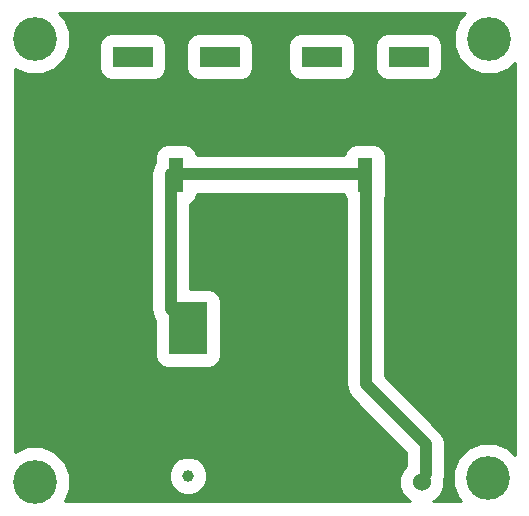
<source format=gtl>
G04 (created by PCBNEW-RS274X (2011-05-25)-stable) date Tue 17 Jan 2012 05:00:04 AM EST*
G01*
G70*
G90*
%MOIN*%
G04 Gerber Fmt 3.4, Leading zero omitted, Abs format*
%FSLAX34Y34*%
G04 APERTURE LIST*
%ADD10C,0.006000*%
%ADD11C,0.146000*%
%ADD12R,0.129900X0.173200*%
%ADD13R,0.153500X0.244100*%
%ADD14C,0.039400*%
%ADD15R,0.050000X0.115000*%
%ADD16R,0.135000X0.065000*%
%ADD17R,0.060000X0.060000*%
%ADD18C,0.060000*%
%ADD19C,0.040000*%
%ADD20C,0.010000*%
G04 APERTURE END LIST*
G54D10*
G54D11*
X33465Y-32480D03*
X48622Y-32480D03*
X48583Y-47126D03*
X33465Y-47244D03*
G54D12*
X38583Y-42126D03*
G54D13*
X35906Y-45826D03*
X41260Y-45826D03*
G54D14*
X38583Y-47047D03*
G54D15*
X44488Y-35221D03*
X44488Y-37021D03*
G54D16*
X43038Y-33071D03*
X45938Y-33071D03*
G54D17*
X45366Y-47244D03*
G54D18*
X46366Y-47244D03*
G54D15*
X38189Y-35221D03*
X38189Y-37021D03*
G54D16*
X36739Y-33071D03*
X39639Y-33071D03*
G54D19*
X38189Y-35221D02*
X38000Y-35000D01*
X38000Y-35000D02*
X37500Y-35000D01*
X37500Y-35000D02*
X37000Y-35500D01*
X37000Y-35500D02*
X37000Y-45000D01*
X37000Y-45000D02*
X36000Y-46000D01*
X36000Y-46000D02*
X35906Y-45826D01*
X41260Y-45826D02*
X41500Y-46000D01*
X41500Y-46000D02*
X44500Y-46000D01*
X44500Y-46000D02*
X45500Y-47000D01*
X45500Y-47000D02*
X45366Y-47244D01*
X38189Y-35221D02*
X38000Y-35000D01*
X38000Y-35000D02*
X44500Y-35000D01*
X44500Y-35000D02*
X44488Y-35221D01*
X35906Y-45826D02*
X36000Y-46000D01*
X36000Y-46000D02*
X41500Y-46000D01*
X41500Y-46000D02*
X41260Y-45826D01*
X44488Y-37021D02*
X44500Y-37000D01*
X44500Y-37000D02*
X44500Y-44000D01*
X44500Y-44000D02*
X46500Y-46000D01*
X46500Y-46000D02*
X46500Y-47000D01*
X46500Y-47000D02*
X46366Y-47244D01*
X38189Y-37021D02*
X38000Y-37000D01*
X38000Y-37000D02*
X44500Y-37000D01*
X44500Y-37000D02*
X44488Y-37021D01*
X38189Y-37021D02*
X38000Y-37000D01*
X38000Y-37000D02*
X38000Y-41500D01*
X38000Y-41500D02*
X38500Y-42000D01*
X38500Y-42000D02*
X38583Y-42126D01*
G54D20*
X34281Y-31627D02*
X47806Y-31627D01*
X34361Y-31707D02*
X47726Y-31707D01*
X34441Y-31787D02*
X47646Y-31787D01*
X34488Y-31867D02*
X47598Y-31867D01*
X34521Y-31947D02*
X47565Y-31947D01*
X34554Y-32027D02*
X47532Y-32027D01*
X34587Y-32107D02*
X47499Y-32107D01*
X34620Y-32187D02*
X47466Y-32187D01*
X34645Y-32267D02*
X47442Y-32267D01*
X34645Y-32347D02*
X35853Y-32347D01*
X37623Y-32347D02*
X38753Y-32347D01*
X40523Y-32347D02*
X42152Y-32347D01*
X43922Y-32347D02*
X45052Y-32347D01*
X46822Y-32347D02*
X47442Y-32347D01*
X34645Y-32427D02*
X35748Y-32427D01*
X37730Y-32427D02*
X38648Y-32427D01*
X40630Y-32427D02*
X42047Y-32427D01*
X44029Y-32427D02*
X44947Y-32427D01*
X46929Y-32427D02*
X47442Y-32427D01*
X34645Y-32507D02*
X35677Y-32507D01*
X37801Y-32507D02*
X38577Y-32507D01*
X40701Y-32507D02*
X41976Y-32507D01*
X44100Y-32507D02*
X44876Y-32507D01*
X47000Y-32507D02*
X47442Y-32507D01*
X34645Y-32587D02*
X35643Y-32587D01*
X37834Y-32587D02*
X38543Y-32587D01*
X40734Y-32587D02*
X41942Y-32587D01*
X44133Y-32587D02*
X44842Y-32587D01*
X47033Y-32587D02*
X47442Y-32587D01*
X34645Y-32667D02*
X35615Y-32667D01*
X37863Y-32667D02*
X38515Y-32667D01*
X40763Y-32667D02*
X41914Y-32667D01*
X44162Y-32667D02*
X44814Y-32667D01*
X47062Y-32667D02*
X47442Y-32667D01*
X34632Y-32747D02*
X35615Y-32747D01*
X37863Y-32747D02*
X38515Y-32747D01*
X40763Y-32747D02*
X41914Y-32747D01*
X44162Y-32747D02*
X44814Y-32747D01*
X47062Y-32747D02*
X47456Y-32747D01*
X34599Y-32827D02*
X35615Y-32827D01*
X37863Y-32827D02*
X38515Y-32827D01*
X40763Y-32827D02*
X41914Y-32827D01*
X44162Y-32827D02*
X44814Y-32827D01*
X47062Y-32827D02*
X47489Y-32827D01*
X34566Y-32907D02*
X35615Y-32907D01*
X37863Y-32907D02*
X38515Y-32907D01*
X40763Y-32907D02*
X41914Y-32907D01*
X44162Y-32907D02*
X44814Y-32907D01*
X47062Y-32907D02*
X47522Y-32907D01*
X34533Y-32987D02*
X35615Y-32987D01*
X37863Y-32987D02*
X38515Y-32987D01*
X40763Y-32987D02*
X41914Y-32987D01*
X44162Y-32987D02*
X44814Y-32987D01*
X47062Y-32987D02*
X47555Y-32987D01*
X34500Y-33067D02*
X35615Y-33067D01*
X37863Y-33067D02*
X38515Y-33067D01*
X40763Y-33067D02*
X41914Y-33067D01*
X44162Y-33067D02*
X44814Y-33067D01*
X47062Y-33067D02*
X47588Y-33067D01*
X34466Y-33147D02*
X35615Y-33147D01*
X37863Y-33147D02*
X38515Y-33147D01*
X40763Y-33147D02*
X41914Y-33147D01*
X44162Y-33147D02*
X44814Y-33147D01*
X47062Y-33147D02*
X47621Y-33147D01*
X34387Y-33227D02*
X35615Y-33227D01*
X37863Y-33227D02*
X38515Y-33227D01*
X40763Y-33227D02*
X41914Y-33227D01*
X44162Y-33227D02*
X44814Y-33227D01*
X47062Y-33227D02*
X47700Y-33227D01*
X34307Y-33307D02*
X35615Y-33307D01*
X37863Y-33307D02*
X38515Y-33307D01*
X40763Y-33307D02*
X41914Y-33307D01*
X44162Y-33307D02*
X44814Y-33307D01*
X47062Y-33307D02*
X47780Y-33307D01*
X49464Y-33307D02*
X49475Y-33307D01*
X34227Y-33387D02*
X35615Y-33387D01*
X37863Y-33387D02*
X38515Y-33387D01*
X40763Y-33387D02*
X41914Y-33387D01*
X44162Y-33387D02*
X44814Y-33387D01*
X47062Y-33387D02*
X47860Y-33387D01*
X49384Y-33387D02*
X49475Y-33387D01*
X34147Y-33467D02*
X35615Y-33467D01*
X37863Y-33467D02*
X38515Y-33467D01*
X40763Y-33467D02*
X41914Y-33467D01*
X44162Y-33467D02*
X44814Y-33467D01*
X47062Y-33467D02*
X47940Y-33467D01*
X49304Y-33467D02*
X49475Y-33467D01*
X32808Y-33547D02*
X32960Y-33547D01*
X33973Y-33547D02*
X35641Y-33547D01*
X37838Y-33547D02*
X37863Y-33547D01*
X37863Y-33547D02*
X38541Y-33547D01*
X40738Y-33547D02*
X40763Y-33547D01*
X40763Y-33547D02*
X41940Y-33547D01*
X44137Y-33547D02*
X44162Y-33547D01*
X44162Y-33547D02*
X44840Y-33547D01*
X47037Y-33547D02*
X47062Y-33547D01*
X47062Y-33547D02*
X48115Y-33547D01*
X49130Y-33547D02*
X49475Y-33547D01*
X32808Y-33627D02*
X33151Y-33627D01*
X33780Y-33627D02*
X35674Y-33627D01*
X37805Y-33627D02*
X37863Y-33627D01*
X37863Y-33627D02*
X38574Y-33627D01*
X40705Y-33627D02*
X40763Y-33627D01*
X40763Y-33627D02*
X41973Y-33627D01*
X44104Y-33627D02*
X44162Y-33627D01*
X44162Y-33627D02*
X44873Y-33627D01*
X47004Y-33627D02*
X47062Y-33627D01*
X47062Y-33627D02*
X48308Y-33627D01*
X48937Y-33627D02*
X49475Y-33627D01*
X32808Y-33707D02*
X35740Y-33707D01*
X37738Y-33707D02*
X37863Y-33707D01*
X37863Y-33707D02*
X38640Y-33707D01*
X40638Y-33707D02*
X40763Y-33707D01*
X40763Y-33707D02*
X42039Y-33707D01*
X44037Y-33707D02*
X44162Y-33707D01*
X44162Y-33707D02*
X44939Y-33707D01*
X46937Y-33707D02*
X47062Y-33707D01*
X47062Y-33707D02*
X49475Y-33707D01*
X32808Y-33787D02*
X35836Y-33787D01*
X37644Y-33787D02*
X37863Y-33787D01*
X37863Y-33787D02*
X38736Y-33787D01*
X40544Y-33787D02*
X40763Y-33787D01*
X40763Y-33787D02*
X42135Y-33787D01*
X43943Y-33787D02*
X44162Y-33787D01*
X44162Y-33787D02*
X45035Y-33787D01*
X46843Y-33787D02*
X47062Y-33787D01*
X47062Y-33787D02*
X49475Y-33787D01*
X32808Y-33867D02*
X37863Y-33867D01*
X37863Y-33867D02*
X40763Y-33867D01*
X40763Y-33867D02*
X44162Y-33867D01*
X44162Y-33867D02*
X47062Y-33867D01*
X47062Y-33867D02*
X49475Y-33867D01*
X32808Y-33947D02*
X37863Y-33947D01*
X37863Y-33947D02*
X40763Y-33947D01*
X40763Y-33947D02*
X44162Y-33947D01*
X44162Y-33947D02*
X47062Y-33947D01*
X47062Y-33947D02*
X49475Y-33947D01*
X32808Y-34027D02*
X37863Y-34027D01*
X37863Y-34027D02*
X40763Y-34027D01*
X40763Y-34027D02*
X44162Y-34027D01*
X44162Y-34027D02*
X47062Y-34027D01*
X47062Y-34027D02*
X49475Y-34027D01*
X32808Y-34107D02*
X37863Y-34107D01*
X37863Y-34107D02*
X40763Y-34107D01*
X40763Y-34107D02*
X44162Y-34107D01*
X44162Y-34107D02*
X47062Y-34107D01*
X47062Y-34107D02*
X49475Y-34107D01*
X32808Y-34187D02*
X37863Y-34187D01*
X37863Y-34187D02*
X40763Y-34187D01*
X40763Y-34187D02*
X44162Y-34187D01*
X44162Y-34187D02*
X47062Y-34187D01*
X47062Y-34187D02*
X49475Y-34187D01*
X32808Y-34267D02*
X37863Y-34267D01*
X37863Y-34267D02*
X40763Y-34267D01*
X40763Y-34267D02*
X44162Y-34267D01*
X44162Y-34267D02*
X47062Y-34267D01*
X47062Y-34267D02*
X49475Y-34267D01*
X32808Y-34347D02*
X37863Y-34347D01*
X37863Y-34347D02*
X40763Y-34347D01*
X40763Y-34347D02*
X44162Y-34347D01*
X44162Y-34347D02*
X47062Y-34347D01*
X47062Y-34347D02*
X49475Y-34347D01*
X32808Y-34427D02*
X37863Y-34427D01*
X37863Y-34427D02*
X40763Y-34427D01*
X40763Y-34427D02*
X44162Y-34427D01*
X44162Y-34427D02*
X47062Y-34427D01*
X47062Y-34427D02*
X49475Y-34427D01*
X32808Y-34507D02*
X37863Y-34507D01*
X37863Y-34507D02*
X40763Y-34507D01*
X40763Y-34507D02*
X44162Y-34507D01*
X44162Y-34507D02*
X47062Y-34507D01*
X47062Y-34507D02*
X49475Y-34507D01*
X32808Y-34587D02*
X37863Y-34587D01*
X37863Y-34587D02*
X40763Y-34587D01*
X40763Y-34587D02*
X44162Y-34587D01*
X44162Y-34587D02*
X47062Y-34587D01*
X47062Y-34587D02*
X49475Y-34587D01*
X32808Y-34667D02*
X37863Y-34667D01*
X37863Y-34667D02*
X40763Y-34667D01*
X40763Y-34667D02*
X44162Y-34667D01*
X44162Y-34667D02*
X47062Y-34667D01*
X47062Y-34667D02*
X49475Y-34667D01*
X32808Y-34747D02*
X37863Y-34747D01*
X37863Y-34747D02*
X40763Y-34747D01*
X40763Y-34747D02*
X44162Y-34747D01*
X44162Y-34747D02*
X47062Y-34747D01*
X47062Y-34747D02*
X49475Y-34747D01*
X32808Y-34827D02*
X37863Y-34827D01*
X37863Y-34827D02*
X40763Y-34827D01*
X40763Y-34827D02*
X44162Y-34827D01*
X44162Y-34827D02*
X47062Y-34827D01*
X47062Y-34827D02*
X49475Y-34827D01*
X32808Y-34907D02*
X37863Y-34907D01*
X37863Y-34907D02*
X40763Y-34907D01*
X40763Y-34907D02*
X44162Y-34907D01*
X44162Y-34907D02*
X47062Y-34907D01*
X47062Y-34907D02*
X49475Y-34907D01*
X32808Y-34987D02*
X37863Y-34987D01*
X37863Y-34987D02*
X40763Y-34987D01*
X40763Y-34987D02*
X44162Y-34987D01*
X44162Y-34987D02*
X47062Y-34987D01*
X47062Y-34987D02*
X49475Y-34987D01*
X32808Y-35067D02*
X37863Y-35067D01*
X37863Y-35067D02*
X40763Y-35067D01*
X40763Y-35067D02*
X44162Y-35067D01*
X44162Y-35067D02*
X47062Y-35067D01*
X47062Y-35067D02*
X49475Y-35067D01*
X32808Y-35147D02*
X37863Y-35147D01*
X37863Y-35147D02*
X40763Y-35147D01*
X40763Y-35147D02*
X44162Y-35147D01*
X44162Y-35147D02*
X47062Y-35147D01*
X47062Y-35147D02*
X49475Y-35147D01*
X32808Y-35227D02*
X37863Y-35227D01*
X37863Y-35227D02*
X40763Y-35227D01*
X40763Y-35227D02*
X44162Y-35227D01*
X44162Y-35227D02*
X47062Y-35227D01*
X47062Y-35227D02*
X49475Y-35227D01*
X32808Y-35307D02*
X37863Y-35307D01*
X37863Y-35307D02*
X40763Y-35307D01*
X40763Y-35307D02*
X44162Y-35307D01*
X44162Y-35307D02*
X47062Y-35307D01*
X47062Y-35307D02*
X49475Y-35307D01*
X32808Y-35387D02*
X37863Y-35387D01*
X37863Y-35387D02*
X40763Y-35387D01*
X40763Y-35387D02*
X44162Y-35387D01*
X44162Y-35387D02*
X47062Y-35387D01*
X47062Y-35387D02*
X49475Y-35387D01*
X32808Y-35467D02*
X37863Y-35467D01*
X37863Y-35467D02*
X40763Y-35467D01*
X40763Y-35467D02*
X44162Y-35467D01*
X44162Y-35467D02*
X47062Y-35467D01*
X47062Y-35467D02*
X49475Y-35467D01*
X32808Y-35547D02*
X37863Y-35547D01*
X37863Y-35547D02*
X40763Y-35547D01*
X40763Y-35547D02*
X44162Y-35547D01*
X44162Y-35547D02*
X47062Y-35547D01*
X47062Y-35547D02*
X49475Y-35547D01*
X32808Y-35627D02*
X37863Y-35627D01*
X37863Y-35627D02*
X40763Y-35627D01*
X40763Y-35627D02*
X44162Y-35627D01*
X44162Y-35627D02*
X47062Y-35627D01*
X47062Y-35627D02*
X49475Y-35627D01*
X32808Y-35707D02*
X37863Y-35707D01*
X37863Y-35707D02*
X40763Y-35707D01*
X40763Y-35707D02*
X44162Y-35707D01*
X44162Y-35707D02*
X47062Y-35707D01*
X47062Y-35707D02*
X49475Y-35707D01*
X32808Y-35787D02*
X37863Y-35787D01*
X37863Y-35787D02*
X40763Y-35787D01*
X40763Y-35787D02*
X44162Y-35787D01*
X44162Y-35787D02*
X47062Y-35787D01*
X47062Y-35787D02*
X49475Y-35787D01*
X32808Y-35867D02*
X37863Y-35867D01*
X37863Y-35867D02*
X40763Y-35867D01*
X40763Y-35867D02*
X44162Y-35867D01*
X44162Y-35867D02*
X47062Y-35867D01*
X47062Y-35867D02*
X49475Y-35867D01*
X32808Y-35947D02*
X37863Y-35947D01*
X37863Y-35947D02*
X40763Y-35947D01*
X40763Y-35947D02*
X44162Y-35947D01*
X44162Y-35947D02*
X47062Y-35947D01*
X47062Y-35947D02*
X49475Y-35947D01*
X32808Y-36027D02*
X37777Y-36027D01*
X38600Y-36027D02*
X40763Y-36027D01*
X40763Y-36027D02*
X44076Y-36027D01*
X44899Y-36027D02*
X47062Y-36027D01*
X47062Y-36027D02*
X49475Y-36027D01*
X32808Y-36107D02*
X37643Y-36107D01*
X38735Y-36107D02*
X40763Y-36107D01*
X40763Y-36107D02*
X43942Y-36107D01*
X45034Y-36107D02*
X47062Y-36107D01*
X47062Y-36107D02*
X49475Y-36107D01*
X32808Y-36187D02*
X37563Y-36187D01*
X38815Y-36187D02*
X40763Y-36187D01*
X40763Y-36187D02*
X43862Y-36187D01*
X45114Y-36187D02*
X47062Y-36187D01*
X47062Y-36187D02*
X49475Y-36187D01*
X32808Y-36267D02*
X37527Y-36267D01*
X38850Y-36267D02*
X40763Y-36267D01*
X40763Y-36267D02*
X43825Y-36267D01*
X45149Y-36267D02*
X47062Y-36267D01*
X47062Y-36267D02*
X49475Y-36267D01*
X32808Y-36347D02*
X37493Y-36347D01*
X38883Y-36347D02*
X40763Y-36347D01*
X40763Y-36347D02*
X43792Y-36347D01*
X45182Y-36347D02*
X47062Y-36347D01*
X47062Y-36347D02*
X49475Y-36347D01*
X32808Y-36427D02*
X37490Y-36427D01*
X45187Y-36427D02*
X47062Y-36427D01*
X47062Y-36427D02*
X49475Y-36427D01*
X32808Y-36507D02*
X37490Y-36507D01*
X45187Y-36507D02*
X47062Y-36507D01*
X47062Y-36507D02*
X49475Y-36507D01*
X32808Y-36587D02*
X37490Y-36587D01*
X45187Y-36587D02*
X47062Y-36587D01*
X47062Y-36587D02*
X49475Y-36587D01*
X32808Y-36667D02*
X37446Y-36667D01*
X45187Y-36667D02*
X47062Y-36667D01*
X47062Y-36667D02*
X49475Y-36667D01*
X32808Y-36747D02*
X37401Y-36747D01*
X45187Y-36747D02*
X47062Y-36747D01*
X47062Y-36747D02*
X49475Y-36747D01*
X32808Y-36827D02*
X37383Y-36827D01*
X45187Y-36827D02*
X47062Y-36827D01*
X47062Y-36827D02*
X49475Y-36827D01*
X32808Y-36907D02*
X37360Y-36907D01*
X45187Y-36907D02*
X47062Y-36907D01*
X47062Y-36907D02*
X49475Y-36907D01*
X32808Y-36987D02*
X37352Y-36987D01*
X45187Y-36987D02*
X47062Y-36987D01*
X47062Y-36987D02*
X49475Y-36987D01*
X32808Y-37067D02*
X37350Y-37067D01*
X45187Y-37067D02*
X47062Y-37067D01*
X47062Y-37067D02*
X49475Y-37067D01*
X32808Y-37147D02*
X37350Y-37147D01*
X45187Y-37147D02*
X47062Y-37147D01*
X47062Y-37147D02*
X49475Y-37147D01*
X32808Y-37227D02*
X37350Y-37227D01*
X45187Y-37227D02*
X47062Y-37227D01*
X47062Y-37227D02*
X49475Y-37227D01*
X32808Y-37307D02*
X37350Y-37307D01*
X45187Y-37307D02*
X47062Y-37307D01*
X47062Y-37307D02*
X49475Y-37307D01*
X32808Y-37387D02*
X37350Y-37387D01*
X45187Y-37387D02*
X47062Y-37387D01*
X47062Y-37387D02*
X49475Y-37387D01*
X32808Y-37467D02*
X37350Y-37467D01*
X45187Y-37467D02*
X47062Y-37467D01*
X47062Y-37467D02*
X49475Y-37467D01*
X32808Y-37547D02*
X37350Y-37547D01*
X45187Y-37547D02*
X47062Y-37547D01*
X47062Y-37547D02*
X49475Y-37547D01*
X32808Y-37627D02*
X37350Y-37627D01*
X45187Y-37627D02*
X47062Y-37627D01*
X47062Y-37627D02*
X49475Y-37627D01*
X32808Y-37707D02*
X37350Y-37707D01*
X38880Y-37707D02*
X43799Y-37707D01*
X45179Y-37707D02*
X47062Y-37707D01*
X47062Y-37707D02*
X49475Y-37707D01*
X32808Y-37787D02*
X37350Y-37787D01*
X38846Y-37787D02*
X43832Y-37787D01*
X45150Y-37787D02*
X47062Y-37787D01*
X47062Y-37787D02*
X49475Y-37787D01*
X32808Y-37867D02*
X37350Y-37867D01*
X38803Y-37867D02*
X43850Y-37867D01*
X45150Y-37867D02*
X47062Y-37867D01*
X47062Y-37867D02*
X49475Y-37867D01*
X32808Y-37947D02*
X37350Y-37947D01*
X38723Y-37947D02*
X43850Y-37947D01*
X45150Y-37947D02*
X47062Y-37947D01*
X47062Y-37947D02*
X49475Y-37947D01*
X32808Y-38027D02*
X37350Y-38027D01*
X38650Y-38027D02*
X43850Y-38027D01*
X45150Y-38027D02*
X47062Y-38027D01*
X47062Y-38027D02*
X49475Y-38027D01*
X32808Y-38107D02*
X37350Y-38107D01*
X38650Y-38107D02*
X43850Y-38107D01*
X45150Y-38107D02*
X47062Y-38107D01*
X47062Y-38107D02*
X49475Y-38107D01*
X32808Y-38187D02*
X37350Y-38187D01*
X38650Y-38187D02*
X43850Y-38187D01*
X45150Y-38187D02*
X47062Y-38187D01*
X47062Y-38187D02*
X49475Y-38187D01*
X32808Y-38267D02*
X37350Y-38267D01*
X38650Y-38267D02*
X43850Y-38267D01*
X45150Y-38267D02*
X47062Y-38267D01*
X47062Y-38267D02*
X49475Y-38267D01*
X32808Y-38347D02*
X37350Y-38347D01*
X38650Y-38347D02*
X43850Y-38347D01*
X45150Y-38347D02*
X47062Y-38347D01*
X47062Y-38347D02*
X49475Y-38347D01*
X32808Y-38427D02*
X37350Y-38427D01*
X38650Y-38427D02*
X43850Y-38427D01*
X45150Y-38427D02*
X47062Y-38427D01*
X47062Y-38427D02*
X49475Y-38427D01*
X32808Y-38507D02*
X37350Y-38507D01*
X38650Y-38507D02*
X43850Y-38507D01*
X45150Y-38507D02*
X47062Y-38507D01*
X47062Y-38507D02*
X49475Y-38507D01*
X32808Y-38587D02*
X37350Y-38587D01*
X38650Y-38587D02*
X43850Y-38587D01*
X45150Y-38587D02*
X47062Y-38587D01*
X47062Y-38587D02*
X49475Y-38587D01*
X32808Y-38667D02*
X37350Y-38667D01*
X38650Y-38667D02*
X43850Y-38667D01*
X45150Y-38667D02*
X47062Y-38667D01*
X47062Y-38667D02*
X49475Y-38667D01*
X32808Y-38747D02*
X37350Y-38747D01*
X38650Y-38747D02*
X43850Y-38747D01*
X45150Y-38747D02*
X47062Y-38747D01*
X47062Y-38747D02*
X49475Y-38747D01*
X32808Y-38827D02*
X37350Y-38827D01*
X38650Y-38827D02*
X43850Y-38827D01*
X45150Y-38827D02*
X47062Y-38827D01*
X47062Y-38827D02*
X49475Y-38827D01*
X32808Y-38907D02*
X37350Y-38907D01*
X38650Y-38907D02*
X43850Y-38907D01*
X45150Y-38907D02*
X47062Y-38907D01*
X47062Y-38907D02*
X49475Y-38907D01*
X32808Y-38987D02*
X37350Y-38987D01*
X38650Y-38987D02*
X43850Y-38987D01*
X45150Y-38987D02*
X47062Y-38987D01*
X47062Y-38987D02*
X49475Y-38987D01*
X32808Y-39067D02*
X37350Y-39067D01*
X38650Y-39067D02*
X43850Y-39067D01*
X45150Y-39067D02*
X47062Y-39067D01*
X47062Y-39067D02*
X49475Y-39067D01*
X32808Y-39147D02*
X37350Y-39147D01*
X38650Y-39147D02*
X43850Y-39147D01*
X45150Y-39147D02*
X47062Y-39147D01*
X47062Y-39147D02*
X49475Y-39147D01*
X32808Y-39227D02*
X37350Y-39227D01*
X38650Y-39227D02*
X43850Y-39227D01*
X45150Y-39227D02*
X47062Y-39227D01*
X47062Y-39227D02*
X49475Y-39227D01*
X32808Y-39307D02*
X37350Y-39307D01*
X38650Y-39307D02*
X43850Y-39307D01*
X45150Y-39307D02*
X47062Y-39307D01*
X47062Y-39307D02*
X49475Y-39307D01*
X32808Y-39387D02*
X37350Y-39387D01*
X38650Y-39387D02*
X43850Y-39387D01*
X45150Y-39387D02*
X47062Y-39387D01*
X47062Y-39387D02*
X49475Y-39387D01*
X32808Y-39467D02*
X37350Y-39467D01*
X38650Y-39467D02*
X43850Y-39467D01*
X45150Y-39467D02*
X47062Y-39467D01*
X47062Y-39467D02*
X49475Y-39467D01*
X32808Y-39547D02*
X37350Y-39547D01*
X38650Y-39547D02*
X43850Y-39547D01*
X45150Y-39547D02*
X47062Y-39547D01*
X47062Y-39547D02*
X49475Y-39547D01*
X32808Y-39627D02*
X37350Y-39627D01*
X38650Y-39627D02*
X43850Y-39627D01*
X45150Y-39627D02*
X47062Y-39627D01*
X47062Y-39627D02*
X49475Y-39627D01*
X32808Y-39707D02*
X37350Y-39707D01*
X38650Y-39707D02*
X43850Y-39707D01*
X45150Y-39707D02*
X47062Y-39707D01*
X47062Y-39707D02*
X49475Y-39707D01*
X32808Y-39787D02*
X37350Y-39787D01*
X38650Y-39787D02*
X43850Y-39787D01*
X45150Y-39787D02*
X47062Y-39787D01*
X47062Y-39787D02*
X49475Y-39787D01*
X32808Y-39867D02*
X37350Y-39867D01*
X38650Y-39867D02*
X43850Y-39867D01*
X45150Y-39867D02*
X47062Y-39867D01*
X47062Y-39867D02*
X49475Y-39867D01*
X32808Y-39947D02*
X37350Y-39947D01*
X38650Y-39947D02*
X43850Y-39947D01*
X45150Y-39947D02*
X47062Y-39947D01*
X47062Y-39947D02*
X49475Y-39947D01*
X32808Y-40027D02*
X37350Y-40027D01*
X38650Y-40027D02*
X43850Y-40027D01*
X45150Y-40027D02*
X47062Y-40027D01*
X47062Y-40027D02*
X49475Y-40027D01*
X32808Y-40107D02*
X37350Y-40107D01*
X38650Y-40107D02*
X43850Y-40107D01*
X45150Y-40107D02*
X47062Y-40107D01*
X47062Y-40107D02*
X49475Y-40107D01*
X32808Y-40187D02*
X37350Y-40187D01*
X38650Y-40187D02*
X43850Y-40187D01*
X45150Y-40187D02*
X47062Y-40187D01*
X47062Y-40187D02*
X49475Y-40187D01*
X32808Y-40267D02*
X37350Y-40267D01*
X38650Y-40267D02*
X43850Y-40267D01*
X45150Y-40267D02*
X47062Y-40267D01*
X47062Y-40267D02*
X49475Y-40267D01*
X32808Y-40347D02*
X37350Y-40347D01*
X38650Y-40347D02*
X43850Y-40347D01*
X45150Y-40347D02*
X47062Y-40347D01*
X47062Y-40347D02*
X49475Y-40347D01*
X32808Y-40427D02*
X37350Y-40427D01*
X38650Y-40427D02*
X43850Y-40427D01*
X45150Y-40427D02*
X47062Y-40427D01*
X47062Y-40427D02*
X49475Y-40427D01*
X32808Y-40507D02*
X37350Y-40507D01*
X38650Y-40507D02*
X43850Y-40507D01*
X45150Y-40507D02*
X47062Y-40507D01*
X47062Y-40507D02*
X49475Y-40507D01*
X32808Y-40587D02*
X37350Y-40587D01*
X38650Y-40587D02*
X43850Y-40587D01*
X45150Y-40587D02*
X47062Y-40587D01*
X47062Y-40587D02*
X49475Y-40587D01*
X32808Y-40667D02*
X37350Y-40667D01*
X38650Y-40667D02*
X43850Y-40667D01*
X45150Y-40667D02*
X47062Y-40667D01*
X47062Y-40667D02*
X49475Y-40667D01*
X32808Y-40747D02*
X37350Y-40747D01*
X38650Y-40747D02*
X43850Y-40747D01*
X45150Y-40747D02*
X47062Y-40747D01*
X47062Y-40747D02*
X49475Y-40747D01*
X32808Y-40827D02*
X37350Y-40827D01*
X39360Y-40827D02*
X43850Y-40827D01*
X45150Y-40827D02*
X47062Y-40827D01*
X47062Y-40827D02*
X49475Y-40827D01*
X32808Y-40907D02*
X37350Y-40907D01*
X39514Y-40907D02*
X43850Y-40907D01*
X45150Y-40907D02*
X47062Y-40907D01*
X47062Y-40907D02*
X49475Y-40907D01*
X32808Y-40987D02*
X37350Y-40987D01*
X39594Y-40987D02*
X43850Y-40987D01*
X45150Y-40987D02*
X47062Y-40987D01*
X47062Y-40987D02*
X49475Y-40987D01*
X32808Y-41067D02*
X37350Y-41067D01*
X39638Y-41067D02*
X43850Y-41067D01*
X45150Y-41067D02*
X47062Y-41067D01*
X47062Y-41067D02*
X49475Y-41067D01*
X32808Y-41147D02*
X37350Y-41147D01*
X39671Y-41147D02*
X43850Y-41147D01*
X45150Y-41147D02*
X47062Y-41147D01*
X47062Y-41147D02*
X49475Y-41147D01*
X32808Y-41227D02*
X37350Y-41227D01*
X39681Y-41227D02*
X43850Y-41227D01*
X45150Y-41227D02*
X47062Y-41227D01*
X47062Y-41227D02*
X49475Y-41227D01*
X32808Y-41307D02*
X37350Y-41307D01*
X39681Y-41307D02*
X43850Y-41307D01*
X45150Y-41307D02*
X47062Y-41307D01*
X47062Y-41307D02*
X49475Y-41307D01*
X32808Y-41387D02*
X37350Y-41387D01*
X39681Y-41387D02*
X43850Y-41387D01*
X45150Y-41387D02*
X47062Y-41387D01*
X47062Y-41387D02*
X49475Y-41387D01*
X32808Y-41467D02*
X37350Y-41467D01*
X39681Y-41467D02*
X43850Y-41467D01*
X45150Y-41467D02*
X47062Y-41467D01*
X47062Y-41467D02*
X49475Y-41467D01*
X32808Y-41547D02*
X37359Y-41547D01*
X39681Y-41547D02*
X43850Y-41547D01*
X45150Y-41547D02*
X47062Y-41547D01*
X47062Y-41547D02*
X49475Y-41547D01*
X32808Y-41627D02*
X37375Y-41627D01*
X39681Y-41627D02*
X43850Y-41627D01*
X45150Y-41627D02*
X47062Y-41627D01*
X47062Y-41627D02*
X49475Y-41627D01*
X32808Y-41707D02*
X37391Y-41707D01*
X39681Y-41707D02*
X43850Y-41707D01*
X45150Y-41707D02*
X47062Y-41707D01*
X47062Y-41707D02*
X49475Y-41707D01*
X32808Y-41787D02*
X37425Y-41787D01*
X39681Y-41787D02*
X43850Y-41787D01*
X45150Y-41787D02*
X47062Y-41787D01*
X47062Y-41787D02*
X49475Y-41787D01*
X32808Y-41867D02*
X37479Y-41867D01*
X39681Y-41867D02*
X43850Y-41867D01*
X45150Y-41867D02*
X47062Y-41867D01*
X47062Y-41867D02*
X49475Y-41867D01*
X32808Y-41947D02*
X37485Y-41947D01*
X39681Y-41947D02*
X43850Y-41947D01*
X45150Y-41947D02*
X47062Y-41947D01*
X47062Y-41947D02*
X49475Y-41947D01*
X32808Y-42027D02*
X37485Y-42027D01*
X39681Y-42027D02*
X43850Y-42027D01*
X45150Y-42027D02*
X47062Y-42027D01*
X47062Y-42027D02*
X49475Y-42027D01*
X32808Y-42107D02*
X37485Y-42107D01*
X39681Y-42107D02*
X43850Y-42107D01*
X45150Y-42107D02*
X47062Y-42107D01*
X47062Y-42107D02*
X49475Y-42107D01*
X32808Y-42187D02*
X37485Y-42187D01*
X39681Y-42187D02*
X43850Y-42187D01*
X45150Y-42187D02*
X47062Y-42187D01*
X47062Y-42187D02*
X49475Y-42187D01*
X32808Y-42267D02*
X37485Y-42267D01*
X39681Y-42267D02*
X43850Y-42267D01*
X45150Y-42267D02*
X47062Y-42267D01*
X47062Y-42267D02*
X49475Y-42267D01*
X32808Y-42347D02*
X37485Y-42347D01*
X39681Y-42347D02*
X43850Y-42347D01*
X45150Y-42347D02*
X47062Y-42347D01*
X47062Y-42347D02*
X49475Y-42347D01*
X32808Y-42427D02*
X37485Y-42427D01*
X39681Y-42427D02*
X43850Y-42427D01*
X45150Y-42427D02*
X47062Y-42427D01*
X47062Y-42427D02*
X49475Y-42427D01*
X32808Y-42507D02*
X37485Y-42507D01*
X39681Y-42507D02*
X43850Y-42507D01*
X45150Y-42507D02*
X47062Y-42507D01*
X47062Y-42507D02*
X49475Y-42507D01*
X32808Y-42587D02*
X37485Y-42587D01*
X39681Y-42587D02*
X43850Y-42587D01*
X45150Y-42587D02*
X47062Y-42587D01*
X47062Y-42587D02*
X49475Y-42587D01*
X32808Y-42667D02*
X37485Y-42667D01*
X39681Y-42667D02*
X43850Y-42667D01*
X45150Y-42667D02*
X47062Y-42667D01*
X47062Y-42667D02*
X49475Y-42667D01*
X32808Y-42747D02*
X37485Y-42747D01*
X39681Y-42747D02*
X43850Y-42747D01*
X45150Y-42747D02*
X47062Y-42747D01*
X47062Y-42747D02*
X49475Y-42747D01*
X32808Y-42827D02*
X37485Y-42827D01*
X39681Y-42827D02*
X43850Y-42827D01*
X45150Y-42827D02*
X47062Y-42827D01*
X47062Y-42827D02*
X49475Y-42827D01*
X32808Y-42907D02*
X37485Y-42907D01*
X39681Y-42907D02*
X43850Y-42907D01*
X45150Y-42907D02*
X47062Y-42907D01*
X47062Y-42907D02*
X49475Y-42907D01*
X32808Y-42987D02*
X37485Y-42987D01*
X39681Y-42987D02*
X43850Y-42987D01*
X45150Y-42987D02*
X47062Y-42987D01*
X47062Y-42987D02*
X49475Y-42987D01*
X32808Y-43067D02*
X37485Y-43067D01*
X39681Y-43067D02*
X43850Y-43067D01*
X45150Y-43067D02*
X47062Y-43067D01*
X47062Y-43067D02*
X49475Y-43067D01*
X32808Y-43147D02*
X37513Y-43147D01*
X39654Y-43147D02*
X43850Y-43147D01*
X45150Y-43147D02*
X47062Y-43147D01*
X47062Y-43147D02*
X49475Y-43147D01*
X32808Y-43227D02*
X37546Y-43227D01*
X39621Y-43227D02*
X43850Y-43227D01*
X45150Y-43227D02*
X47062Y-43227D01*
X47062Y-43227D02*
X49475Y-43227D01*
X32808Y-43307D02*
X37614Y-43307D01*
X39552Y-43307D02*
X43850Y-43307D01*
X45150Y-43307D02*
X47062Y-43307D01*
X47062Y-43307D02*
X49475Y-43307D01*
X32808Y-43387D02*
X37715Y-43387D01*
X39453Y-43387D02*
X43850Y-43387D01*
X45150Y-43387D02*
X47062Y-43387D01*
X47062Y-43387D02*
X49475Y-43387D01*
X32808Y-43467D02*
X43850Y-43467D01*
X45150Y-43467D02*
X47062Y-43467D01*
X47062Y-43467D02*
X49475Y-43467D01*
X32808Y-43547D02*
X43850Y-43547D01*
X45150Y-43547D02*
X47062Y-43547D01*
X47062Y-43547D02*
X49475Y-43547D01*
X32808Y-43627D02*
X43850Y-43627D01*
X45150Y-43627D02*
X47062Y-43627D01*
X47062Y-43627D02*
X49475Y-43627D01*
X32808Y-43707D02*
X43850Y-43707D01*
X45150Y-43707D02*
X47062Y-43707D01*
X47062Y-43707D02*
X49475Y-43707D01*
X32808Y-43787D02*
X43850Y-43787D01*
X45206Y-43787D02*
X47062Y-43787D01*
X47062Y-43787D02*
X49475Y-43787D01*
X32808Y-43867D02*
X43850Y-43867D01*
X45286Y-43867D02*
X47062Y-43867D01*
X47062Y-43867D02*
X49475Y-43867D01*
X32808Y-43947D02*
X43850Y-43947D01*
X45366Y-43947D02*
X47062Y-43947D01*
X47062Y-43947D02*
X49475Y-43947D01*
X32808Y-44027D02*
X43855Y-44027D01*
X45446Y-44027D02*
X47062Y-44027D01*
X47062Y-44027D02*
X49475Y-44027D01*
X32808Y-44107D02*
X43871Y-44107D01*
X45526Y-44107D02*
X47062Y-44107D01*
X47062Y-44107D02*
X49475Y-44107D01*
X32808Y-44187D02*
X43887Y-44187D01*
X45606Y-44187D02*
X47062Y-44187D01*
X47062Y-44187D02*
X49475Y-44187D01*
X32808Y-44267D02*
X43912Y-44267D01*
X45686Y-44267D02*
X47062Y-44267D01*
X47062Y-44267D02*
X49475Y-44267D01*
X32808Y-44347D02*
X43965Y-44347D01*
X45766Y-44347D02*
X47062Y-44347D01*
X47062Y-44347D02*
X49475Y-44347D01*
X32808Y-44427D02*
X44018Y-44427D01*
X45846Y-44427D02*
X47062Y-44427D01*
X47062Y-44427D02*
X49475Y-44427D01*
X32808Y-44507D02*
X44088Y-44507D01*
X45926Y-44507D02*
X47062Y-44507D01*
X47062Y-44507D02*
X49475Y-44507D01*
X32808Y-44587D02*
X44168Y-44587D01*
X46006Y-44587D02*
X47062Y-44587D01*
X47062Y-44587D02*
X49475Y-44587D01*
X32808Y-44667D02*
X44248Y-44667D01*
X46086Y-44667D02*
X47062Y-44667D01*
X47062Y-44667D02*
X49475Y-44667D01*
X32808Y-44747D02*
X44328Y-44747D01*
X46166Y-44747D02*
X47062Y-44747D01*
X47062Y-44747D02*
X49475Y-44747D01*
X32808Y-44827D02*
X44408Y-44827D01*
X46246Y-44827D02*
X47062Y-44827D01*
X47062Y-44827D02*
X49475Y-44827D01*
X32808Y-44907D02*
X44488Y-44907D01*
X46326Y-44907D02*
X47062Y-44907D01*
X47062Y-44907D02*
X49475Y-44907D01*
X32808Y-44987D02*
X44568Y-44987D01*
X46406Y-44987D02*
X47062Y-44987D01*
X47062Y-44987D02*
X49475Y-44987D01*
X32808Y-45067D02*
X44648Y-45067D01*
X46486Y-45067D02*
X47062Y-45067D01*
X47062Y-45067D02*
X49475Y-45067D01*
X32808Y-45147D02*
X44728Y-45147D01*
X46566Y-45147D02*
X47062Y-45147D01*
X47062Y-45147D02*
X49475Y-45147D01*
X32808Y-45227D02*
X44808Y-45227D01*
X46646Y-45227D02*
X47062Y-45227D01*
X47062Y-45227D02*
X49475Y-45227D01*
X32808Y-45307D02*
X44888Y-45307D01*
X46726Y-45307D02*
X47062Y-45307D01*
X47062Y-45307D02*
X49475Y-45307D01*
X32808Y-45387D02*
X44968Y-45387D01*
X46806Y-45387D02*
X47062Y-45387D01*
X47062Y-45387D02*
X49475Y-45387D01*
X32808Y-45467D02*
X45048Y-45467D01*
X46886Y-45467D02*
X47062Y-45467D01*
X47062Y-45467D02*
X49475Y-45467D01*
X32808Y-45547D02*
X45128Y-45547D01*
X46964Y-45547D02*
X47062Y-45547D01*
X47062Y-45547D02*
X49475Y-45547D01*
X32808Y-45627D02*
X45208Y-45627D01*
X47018Y-45627D02*
X47062Y-45627D01*
X47062Y-45627D02*
X49475Y-45627D01*
X32808Y-45707D02*
X45288Y-45707D01*
X47071Y-45707D02*
X49475Y-45707D01*
X32808Y-45787D02*
X45368Y-45787D01*
X47108Y-45787D02*
X49475Y-45787D01*
X32808Y-45867D02*
X45448Y-45867D01*
X47123Y-45867D02*
X49475Y-45867D01*
X32808Y-45947D02*
X45528Y-45947D01*
X47139Y-45947D02*
X48346Y-45947D01*
X48820Y-45947D02*
X49475Y-45947D01*
X32808Y-46027D02*
X45608Y-46027D01*
X47150Y-46027D02*
X48152Y-46027D01*
X49013Y-46027D02*
X49475Y-46027D01*
X32808Y-46107D02*
X33126Y-46107D01*
X33803Y-46107D02*
X45688Y-46107D01*
X47150Y-46107D02*
X47958Y-46107D01*
X49206Y-46107D02*
X49475Y-46107D01*
X32808Y-46187D02*
X32931Y-46187D01*
X33996Y-46187D02*
X45768Y-46187D01*
X47150Y-46187D02*
X47853Y-46187D01*
X49313Y-46187D02*
X49475Y-46187D01*
X34157Y-46267D02*
X45848Y-46267D01*
X47150Y-46267D02*
X47773Y-46267D01*
X49393Y-46267D02*
X49475Y-46267D01*
X34237Y-46347D02*
X45850Y-46347D01*
X47150Y-46347D02*
X47693Y-46347D01*
X49473Y-46347D02*
X49475Y-46347D01*
X34317Y-46427D02*
X38392Y-46427D01*
X38774Y-46427D02*
X45850Y-46427D01*
X47150Y-46427D02*
X47613Y-46427D01*
X34397Y-46507D02*
X38210Y-46507D01*
X38956Y-46507D02*
X45850Y-46507D01*
X47150Y-46507D02*
X47562Y-46507D01*
X34470Y-46587D02*
X38130Y-46587D01*
X39036Y-46587D02*
X45850Y-46587D01*
X47150Y-46587D02*
X47529Y-46587D01*
X34503Y-46667D02*
X38050Y-46667D01*
X39116Y-46667D02*
X45850Y-46667D01*
X47150Y-46667D02*
X47495Y-46667D01*
X34536Y-46747D02*
X38008Y-46747D01*
X39157Y-46747D02*
X45804Y-46747D01*
X47150Y-46747D02*
X47462Y-46747D01*
X34569Y-46827D02*
X37975Y-46827D01*
X39190Y-46827D02*
X45728Y-46827D01*
X47150Y-46827D02*
X47429Y-46827D01*
X34602Y-46907D02*
X37941Y-46907D01*
X39224Y-46907D02*
X45695Y-46907D01*
X47150Y-46907D02*
X47403Y-46907D01*
X34635Y-46987D02*
X37937Y-46987D01*
X39229Y-46987D02*
X45661Y-46987D01*
X47150Y-46987D02*
X47403Y-46987D01*
X34645Y-47067D02*
X37937Y-47067D01*
X39229Y-47067D02*
X45628Y-47067D01*
X47146Y-47067D02*
X47403Y-47067D01*
X34645Y-47147D02*
X37937Y-47147D01*
X39229Y-47147D02*
X45617Y-47147D01*
X47123Y-47147D02*
X47403Y-47147D01*
X34645Y-47227D02*
X37959Y-47227D01*
X39208Y-47227D02*
X39229Y-47227D01*
X39229Y-47227D02*
X45617Y-47227D01*
X47115Y-47227D02*
X47403Y-47227D01*
X34645Y-47307D02*
X37992Y-47307D01*
X39175Y-47307D02*
X39229Y-47307D01*
X39229Y-47307D02*
X45617Y-47307D01*
X47115Y-47307D02*
X47403Y-47307D01*
X34645Y-47387D02*
X38025Y-47387D01*
X39141Y-47387D02*
X39229Y-47387D01*
X39229Y-47387D02*
X45617Y-47387D01*
X47115Y-47387D02*
X47415Y-47387D01*
X34645Y-47467D02*
X38090Y-47467D01*
X39076Y-47467D02*
X39229Y-47467D01*
X39229Y-47467D02*
X45649Y-47467D01*
X47085Y-47467D02*
X47448Y-47467D01*
X34617Y-47547D02*
X38170Y-47547D01*
X38996Y-47547D02*
X39229Y-47547D01*
X39229Y-47547D02*
X45682Y-47547D01*
X47052Y-47547D02*
X47481Y-47547D01*
X34584Y-47627D02*
X38296Y-47627D01*
X38871Y-47627D02*
X39229Y-47627D01*
X39229Y-47627D02*
X45715Y-47627D01*
X47018Y-47627D02*
X47514Y-47627D01*
X34551Y-47707D02*
X39229Y-47707D01*
X39229Y-47707D02*
X45771Y-47707D01*
X46962Y-47707D02*
X47547Y-47707D01*
X34517Y-47787D02*
X39229Y-47787D01*
X39229Y-47787D02*
X45851Y-47787D01*
X46882Y-47787D02*
X47580Y-47787D01*
X34484Y-47867D02*
X39229Y-47867D01*
X39229Y-47867D02*
X45931Y-47867D01*
X46802Y-47867D02*
X47655Y-47867D01*
X49475Y-46349D02*
X49252Y-46126D01*
X48818Y-45946D01*
X48349Y-45946D01*
X47915Y-46125D01*
X47583Y-46457D01*
X47403Y-46891D01*
X47403Y-47360D01*
X47582Y-47794D01*
X47688Y-47900D01*
X46738Y-47900D01*
X46789Y-47879D01*
X47000Y-47669D01*
X47115Y-47394D01*
X47115Y-47177D01*
X47115Y-47172D01*
X47117Y-47164D01*
X47147Y-47072D01*
X47143Y-47032D01*
X47150Y-47000D01*
X47150Y-46000D01*
X47101Y-45751D01*
X47062Y-45692D01*
X47062Y-33486D01*
X47062Y-33307D01*
X47062Y-32657D01*
X46994Y-32492D01*
X46868Y-32366D01*
X46703Y-32297D01*
X46524Y-32297D01*
X45174Y-32297D01*
X45009Y-32365D01*
X44883Y-32491D01*
X44814Y-32656D01*
X44814Y-32835D01*
X44814Y-33485D01*
X44882Y-33650D01*
X45008Y-33776D01*
X45173Y-33845D01*
X45352Y-33845D01*
X46702Y-33845D01*
X46867Y-33777D01*
X46993Y-33651D01*
X47062Y-33486D01*
X47062Y-45692D01*
X46960Y-45540D01*
X46956Y-45537D01*
X45150Y-43730D01*
X45150Y-37774D01*
X45187Y-37686D01*
X45187Y-37507D01*
X45187Y-36357D01*
X45119Y-36192D01*
X44993Y-36066D01*
X44828Y-35997D01*
X44649Y-35997D01*
X44162Y-35997D01*
X44162Y-33486D01*
X44162Y-33307D01*
X44162Y-32657D01*
X44094Y-32492D01*
X43968Y-32366D01*
X43803Y-32297D01*
X43624Y-32297D01*
X42274Y-32297D01*
X42109Y-32365D01*
X41983Y-32491D01*
X41914Y-32656D01*
X41914Y-32835D01*
X41914Y-33485D01*
X41982Y-33650D01*
X42108Y-33776D01*
X42273Y-33845D01*
X42452Y-33845D01*
X43802Y-33845D01*
X43967Y-33777D01*
X44093Y-33651D01*
X44162Y-33486D01*
X44162Y-35997D01*
X44149Y-35997D01*
X43984Y-36065D01*
X43858Y-36191D01*
X43791Y-36350D01*
X40763Y-36350D01*
X40763Y-33486D01*
X40763Y-33307D01*
X40763Y-32657D01*
X40695Y-32492D01*
X40569Y-32366D01*
X40404Y-32297D01*
X40225Y-32297D01*
X38875Y-32297D01*
X38710Y-32365D01*
X38584Y-32491D01*
X38515Y-32656D01*
X38515Y-32835D01*
X38515Y-33485D01*
X38583Y-33650D01*
X38709Y-33776D01*
X38874Y-33845D01*
X39053Y-33845D01*
X40403Y-33845D01*
X40568Y-33777D01*
X40694Y-33651D01*
X40763Y-33486D01*
X40763Y-36350D01*
X38885Y-36350D01*
X38820Y-36192D01*
X38694Y-36066D01*
X38529Y-35997D01*
X38350Y-35997D01*
X37863Y-35997D01*
X37863Y-33486D01*
X37863Y-33307D01*
X37863Y-32657D01*
X37795Y-32492D01*
X37669Y-32366D01*
X37504Y-32297D01*
X37325Y-32297D01*
X35975Y-32297D01*
X35810Y-32365D01*
X35684Y-32491D01*
X35615Y-32656D01*
X35615Y-32835D01*
X35615Y-33485D01*
X35683Y-33650D01*
X35809Y-33776D01*
X35974Y-33845D01*
X36153Y-33845D01*
X37503Y-33845D01*
X37668Y-33777D01*
X37794Y-33651D01*
X37863Y-33486D01*
X37863Y-35997D01*
X37850Y-35997D01*
X37685Y-36065D01*
X37559Y-36191D01*
X37490Y-36356D01*
X37490Y-36535D01*
X37490Y-36614D01*
X37488Y-36616D01*
X37430Y-36687D01*
X37419Y-36720D01*
X37399Y-36751D01*
X37380Y-36843D01*
X37354Y-36929D01*
X37356Y-36964D01*
X37350Y-37000D01*
X37350Y-41495D01*
X37349Y-41500D01*
X37399Y-41749D01*
X37485Y-41877D01*
X37485Y-43081D01*
X37553Y-43246D01*
X37679Y-43372D01*
X37844Y-43441D01*
X38023Y-43441D01*
X39321Y-43441D01*
X39486Y-43373D01*
X39612Y-43247D01*
X39681Y-43082D01*
X39681Y-42903D01*
X39681Y-41171D01*
X39613Y-41006D01*
X39487Y-40880D01*
X39322Y-40811D01*
X39143Y-40811D01*
X38650Y-40811D01*
X38650Y-37994D01*
X38693Y-37977D01*
X38819Y-37851D01*
X38888Y-37686D01*
X38888Y-37650D01*
X43789Y-37650D01*
X43789Y-37685D01*
X43850Y-37833D01*
X43850Y-43995D01*
X43849Y-44000D01*
X43899Y-44249D01*
X44040Y-44460D01*
X45850Y-46269D01*
X45850Y-46701D01*
X45732Y-46819D01*
X45617Y-47094D01*
X45617Y-47392D01*
X45731Y-47667D01*
X45941Y-47878D01*
X45993Y-47900D01*
X39229Y-47900D01*
X39229Y-47176D01*
X39229Y-46919D01*
X39131Y-46682D01*
X38949Y-46500D01*
X38712Y-46401D01*
X38455Y-46401D01*
X38218Y-46499D01*
X38036Y-46681D01*
X37937Y-46918D01*
X37937Y-47175D01*
X38035Y-47412D01*
X38217Y-47594D01*
X38454Y-47693D01*
X38711Y-47693D01*
X38948Y-47595D01*
X39130Y-47413D01*
X39229Y-47176D01*
X39229Y-47900D01*
X34470Y-47900D01*
X34645Y-47479D01*
X34645Y-47010D01*
X34466Y-46576D01*
X34134Y-46244D01*
X33700Y-46064D01*
X33231Y-46064D01*
X32808Y-46238D01*
X32808Y-33484D01*
X33230Y-33660D01*
X33699Y-33660D01*
X34133Y-33481D01*
X34465Y-33149D01*
X34645Y-32715D01*
X34645Y-32246D01*
X34466Y-31812D01*
X34281Y-31627D01*
X47806Y-31627D01*
X47622Y-31811D01*
X47442Y-32245D01*
X47442Y-32714D01*
X47621Y-33148D01*
X47953Y-33480D01*
X48387Y-33660D01*
X48856Y-33660D01*
X49290Y-33481D01*
X49475Y-33296D01*
X49475Y-46349D01*
M02*

</source>
